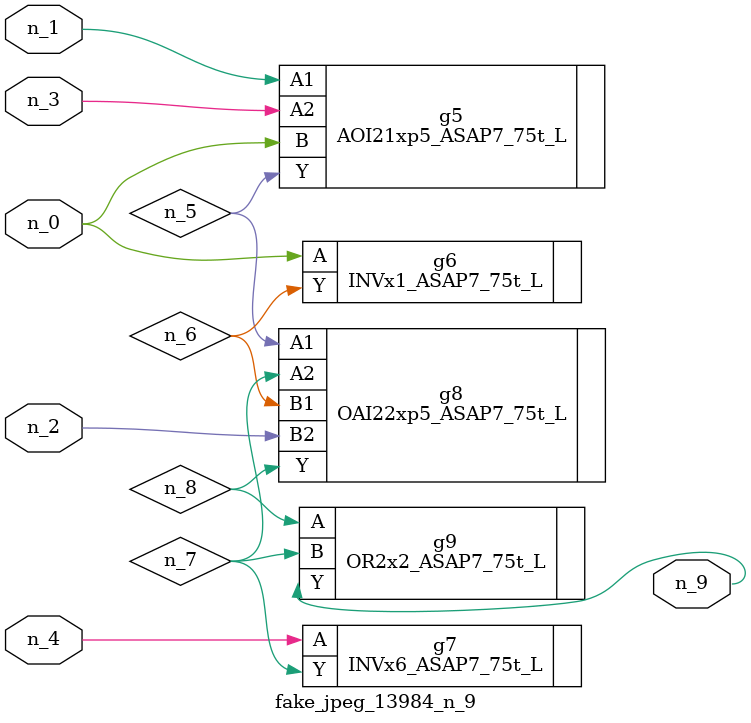
<source format=v>
module fake_jpeg_13984_n_9 (n_3, n_2, n_1, n_0, n_4, n_9);

input n_3;
input n_2;
input n_1;
input n_0;
input n_4;

output n_9;

wire n_8;
wire n_6;
wire n_5;
wire n_7;

AOI21xp5_ASAP7_75t_L g5 ( 
.A1(n_1),
.A2(n_3),
.B(n_0),
.Y(n_5)
);

INVx1_ASAP7_75t_L g6 ( 
.A(n_0),
.Y(n_6)
);

INVx6_ASAP7_75t_L g7 ( 
.A(n_4),
.Y(n_7)
);

OAI22xp5_ASAP7_75t_L g8 ( 
.A1(n_5),
.A2(n_7),
.B1(n_6),
.B2(n_2),
.Y(n_8)
);

OR2x2_ASAP7_75t_L g9 ( 
.A(n_8),
.B(n_7),
.Y(n_9)
);


endmodule
</source>
